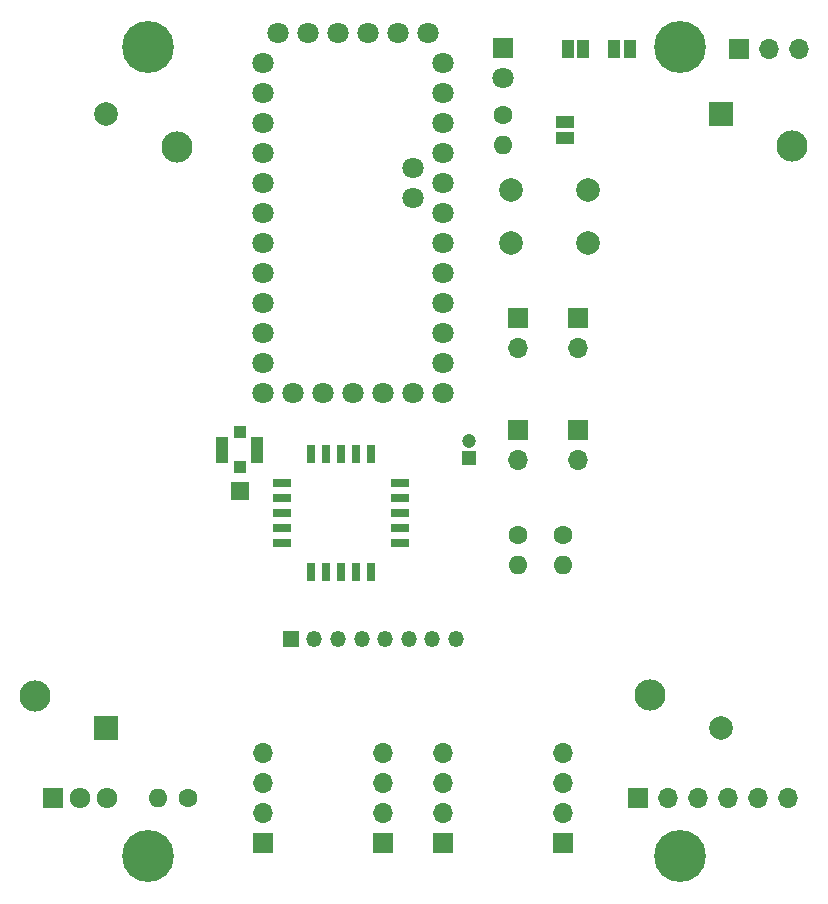
<source format=gbr>
%TF.GenerationSoftware,KiCad,Pcbnew,8.0.9-8.0.9-0~ubuntu22.04.1*%
%TF.CreationDate,2025-03-07T09:36:16+01:00*%
%TF.ProjectId,HB-UNI-SEN-BATT_E07-900MM10S_FUEL4EP,48422d55-4e49-42d5-9345-4e2d42415454,1.2*%
%TF.SameCoordinates,Original*%
%TF.FileFunction,Soldermask,Top*%
%TF.FilePolarity,Negative*%
%FSLAX46Y46*%
G04 Gerber Fmt 4.6, Leading zero omitted, Abs format (unit mm)*
G04 Created by KiCad (PCBNEW 8.0.9-8.0.9-0~ubuntu22.04.1) date 2025-03-07 09:36:16*
%MOMM*%
%LPD*%
G01*
G04 APERTURE LIST*
G04 Aperture macros list*
%AMRoundRect*
0 Rectangle with rounded corners*
0 $1 Rounding radius*
0 $2 $3 $4 $5 $6 $7 $8 $9 X,Y pos of 4 corners*
0 Add a 4 corners polygon primitive as box body*
4,1,4,$2,$3,$4,$5,$6,$7,$8,$9,$2,$3,0*
0 Add four circle primitives for the rounded corners*
1,1,$1+$1,$2,$3*
1,1,$1+$1,$4,$5*
1,1,$1+$1,$6,$7*
1,1,$1+$1,$8,$9*
0 Add four rect primitives between the rounded corners*
20,1,$1+$1,$2,$3,$4,$5,0*
20,1,$1+$1,$4,$5,$6,$7,0*
20,1,$1+$1,$6,$7,$8,$9,0*
20,1,$1+$1,$8,$9,$2,$3,0*%
G04 Aperture macros list end*
%ADD10R,1.800000X1.800000*%
%ADD11C,1.800000*%
%ADD12R,1.700000X1.700000*%
%ADD13O,1.700000X1.700000*%
%ADD14C,2.640000*%
%ADD15C,2.000000*%
%ADD16R,2.000000X2.000000*%
%ADD17R,1.200000X1.200000*%
%ADD18C,1.200000*%
%ADD19C,1.600000*%
%ADD20O,1.600000X1.600000*%
%ADD21R,1.717500X1.800000*%
%ADD22O,1.717500X1.800000*%
%ADD23R,0.800000X1.500000*%
%ADD24R,1.500000X0.800000*%
%ADD25R,1.500000X1.000000*%
%ADD26C,4.400000*%
%ADD27C,0.700000*%
%ADD28R,1.350000X1.350000*%
%ADD29O,1.350000X1.350000*%
%ADD30R,1.000000X1.500000*%
%ADD31RoundRect,0.250000X-0.550000X-0.550000X0.550000X-0.550000X0.550000X0.550000X-0.550000X0.550000X0*%
%ADD32R,1.000000X1.000000*%
%ADD33R,1.050000X2.200000*%
G04 APERTURE END LIST*
D10*
%TO.C,D1*%
X45050000Y71720000D03*
D11*
X45050000Y69180000D03*
%TD*%
D12*
%TO.C,J1*%
X46320000Y39335000D03*
D13*
X46320000Y36795000D03*
%TD*%
D12*
%TO.C,J2*%
X51400000Y39335000D03*
D13*
X51400000Y36795000D03*
%TD*%
D12*
%TO.C,J7*%
X34890000Y4410000D03*
D13*
X34890000Y6950000D03*
X34890000Y9490000D03*
X34890000Y12030000D03*
%TD*%
D14*
%TO.C,BT1*%
X69485000Y63390000D03*
X57495000Y16910000D03*
D15*
X63490000Y14150000D03*
D16*
X63490000Y66140000D03*
%TD*%
D12*
%TO.C,J3*%
X46320000Y48860000D03*
D13*
X46320000Y46320000D03*
%TD*%
D12*
%TO.C,J4*%
X51400000Y48860000D03*
D13*
X51400000Y46320000D03*
%TD*%
D12*
%TO.C,J5*%
X56480000Y8220000D03*
D13*
X59020000Y8220000D03*
X61560000Y8220000D03*
X64100000Y8220000D03*
X66640000Y8220000D03*
X69180000Y8220000D03*
%TD*%
D12*
%TO.C,J6*%
X24730000Y4410000D03*
D13*
X24730000Y6950000D03*
X24730000Y9490000D03*
X24730000Y12030000D03*
%TD*%
D17*
%TO.C,C1*%
X42164000Y36957000D03*
D18*
X42164000Y38457000D03*
%TD*%
D19*
%TO.C,R4*%
X50130000Y30445000D03*
D20*
X50130000Y27905000D03*
%TD*%
D19*
%TO.C,R5*%
X46320000Y30445000D03*
D20*
X46320000Y27905000D03*
%TD*%
D19*
%TO.C,R1*%
X45050000Y66005000D03*
D20*
X45050000Y63465000D03*
%TD*%
D21*
%TO.C,Q1*%
X6950000Y8220000D03*
D22*
X9240000Y8220000D03*
X11530000Y8220000D03*
%TD*%
D12*
%TO.C,J9*%
X50130000Y4410000D03*
D13*
X50130000Y6950000D03*
X50130000Y9490000D03*
X50130000Y12030000D03*
%TD*%
D12*
%TO.C,J10*%
X64989000Y71656500D03*
D13*
X67529000Y71656500D03*
X70069000Y71656500D03*
%TD*%
D11*
%TO.C,Module2*%
X39970000Y70450000D03*
X27270000Y42510000D03*
X24730000Y70450000D03*
X26000000Y72990000D03*
X37430000Y61560000D03*
X39970000Y67910000D03*
X29810000Y42510000D03*
X24730000Y67910000D03*
X28540000Y72990000D03*
X37430000Y59020000D03*
X39970000Y65370000D03*
X32350000Y42510000D03*
X24730000Y65370000D03*
X31080000Y72990000D03*
X39970000Y62830000D03*
X34890000Y42510000D03*
X24730000Y62830000D03*
X33620000Y72990000D03*
X39970000Y60290000D03*
X37430000Y42510000D03*
X24730000Y60290000D03*
X36160000Y72990000D03*
X39970000Y57750000D03*
X24730000Y57750000D03*
X38700000Y72990000D03*
X39970000Y55210000D03*
X24730000Y55210000D03*
X39970000Y52670000D03*
X24730000Y52670000D03*
X39970000Y50130000D03*
X24730000Y50130000D03*
X39970000Y47590000D03*
X24730000Y47590000D03*
X39970000Y45050000D03*
X24730000Y45050000D03*
X39970000Y42510000D03*
X24730000Y42510000D03*
%TD*%
D23*
%TO.C,Module1*%
X33869000Y27338000D03*
D24*
X26329000Y34878000D03*
D23*
X33869000Y37338000D03*
D24*
X36329000Y34878000D03*
D23*
X32599000Y27338000D03*
D24*
X26329000Y33608000D03*
D23*
X32599000Y37338000D03*
D24*
X36329000Y33608000D03*
D23*
X31329000Y27338000D03*
D24*
X26329000Y32338000D03*
D23*
X31329000Y37338000D03*
D24*
X36329000Y32338000D03*
D23*
X30059000Y27338000D03*
D24*
X26329000Y31068000D03*
D23*
X30059000Y37338000D03*
D24*
X36329000Y31068000D03*
D23*
X28789000Y27338000D03*
D24*
X26329000Y29798000D03*
D23*
X28789000Y37338000D03*
D24*
X36329000Y29798000D03*
%TD*%
D25*
%TO.C,JP2*%
X50257000Y65400000D03*
X50257000Y64100000D03*
%TD*%
D15*
%TO.C,SW1*%
X45685000Y59655000D03*
X52185000Y59655000D03*
X45685000Y55155000D03*
X52185000Y55155000D03*
%TD*%
D12*
%TO.C,J8*%
X39970000Y4410000D03*
D13*
X39970000Y6950000D03*
X39970000Y9490000D03*
X39970000Y12030000D03*
%TD*%
D26*
%TO.C,H2*%
X60000000Y71750000D03*
D27*
X61800000Y71750000D03*
X61272800Y70477200D03*
X60000000Y69950000D03*
X58727200Y70477200D03*
X58200000Y71750000D03*
X58727200Y73022800D03*
X60000000Y73550000D03*
X61272800Y73022800D03*
%TD*%
D26*
%TO.C,H4*%
X60000000Y3250000D03*
D27*
X61800000Y3250000D03*
X61272800Y1977200D03*
X60000000Y1450000D03*
X58727200Y1977200D03*
X58200000Y3250000D03*
X58727200Y4522800D03*
X60000000Y5050000D03*
X61272800Y4522800D03*
%TD*%
D26*
%TO.C,H1*%
X15000000Y71750000D03*
D27*
X16800000Y71750000D03*
X16272800Y70477200D03*
X15000000Y69950000D03*
X13727200Y70477200D03*
X13200000Y71750000D03*
X13727200Y73022800D03*
X15000000Y73550000D03*
X16272800Y73022800D03*
%TD*%
D26*
%TO.C,H3*%
X15000000Y3250000D03*
D27*
X16800000Y3250000D03*
X16272800Y1977200D03*
X15000000Y1450000D03*
X13727200Y1977200D03*
X13200000Y3250000D03*
X13727200Y4522800D03*
X15000000Y5050000D03*
X16272800Y4522800D03*
%TD*%
D28*
%TO.C,J11*%
X27048000Y21682000D03*
D29*
X29048000Y21682000D03*
X31048000Y21682000D03*
X33048000Y21682000D03*
X35048000Y21682000D03*
X37048000Y21682000D03*
X39048000Y21682000D03*
X41048000Y21682000D03*
%TD*%
D14*
%TO.C,BT2*%
X5425000Y16850000D03*
X17415000Y63330000D03*
D15*
X11420000Y66090000D03*
D16*
X11420000Y14100000D03*
%TD*%
D30*
%TO.C,JP5*%
X54453000Y71628000D03*
X55753000Y71628000D03*
%TD*%
D31*
%TO.C,AE1*%
X22733000Y34163000D03*
%TD*%
D32*
%TO.C,J12*%
X22735000Y36188000D03*
D33*
X24210000Y37688000D03*
D32*
X22735000Y39188000D03*
D33*
X21260000Y37688000D03*
%TD*%
D19*
%TO.C,R2*%
X18380000Y8220000D03*
D20*
X15840000Y8220000D03*
%TD*%
D30*
%TO.C,JP3*%
X51816000Y71628000D03*
X50516000Y71628000D03*
%TD*%
M02*

</source>
